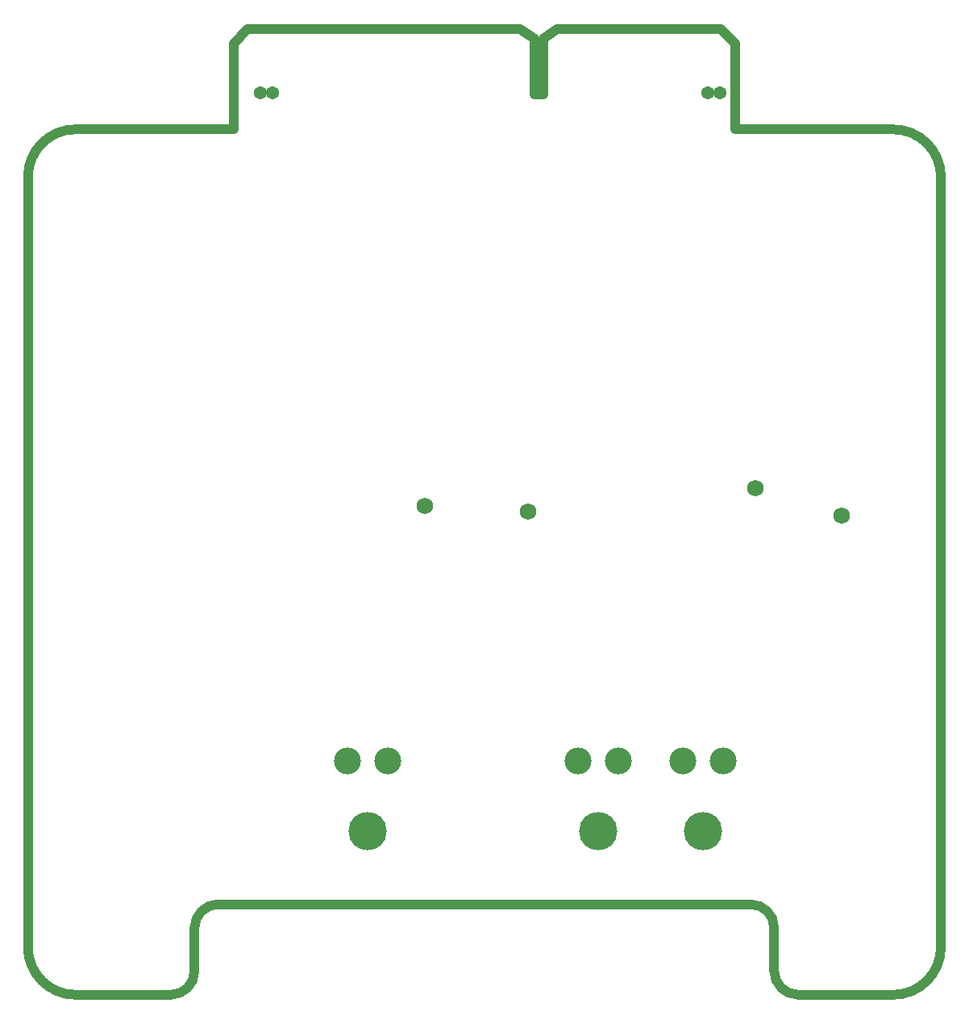
<source format=gbr>
%TF.GenerationSoftware,Altium Limited,Altium Designer,22.11.1 (43)*%
G04 Layer_Physical_Order=2*
G04 Layer_Color=32768*
%FSLAX45Y45*%
%MOMM*%
%TF.SameCoordinates,F2FF868D-8EDF-4B6E-A412-4C3DA5591A8F*%
%TF.FilePolarity,Negative*%
%TF.FileFunction,Copper,L2,Inr,Plane*%
%TF.Part,Single*%
G01*
G75*
%TA.AperFunction,NonConductor*%
%ADD29C,1.01600*%
%TA.AperFunction,ComponentPad*%
%ADD30C,4.01600*%
%ADD31C,2.81600*%
%TA.AperFunction,ViaPad*%
%ADD32C,1.72700*%
%ADD33C,1.72720*%
%ADD34C,1.37200*%
D29*
Y500000D02*
G03*
X500000Y0I500000J0D01*
G01*
Y9080500D02*
G03*
X0Y8580500I0J-500000D01*
G01*
X9588500D02*
G03*
X9088500Y9080500I-500000J0D01*
G01*
Y0D02*
G03*
X9588500Y500000I0J500000D01*
G01*
X7838500Y250000D02*
G03*
X8088500Y0I250000J0D01*
G01*
X7838500Y700000D02*
G03*
X7588500Y950000I-250000J0D01*
G01*
X2000000D02*
G03*
X1750000Y700000I0J-250000D01*
G01*
X1500000Y0D02*
G03*
X1750000Y250000I-0J250000D01*
G01*
X0Y500000D02*
Y8580500D01*
X500000Y9080500D02*
X2160250D01*
X2160200Y9982500D02*
X2160250Y9080500D01*
X2160200Y9982500D02*
X2310200Y10132300D01*
X5170200D01*
X5320200Y10032300D01*
X5320250Y9444500D01*
X5411200D01*
Y10032300D01*
X5561200Y10132300D01*
Y10132500D01*
X7278200D01*
X7278200Y10132300D02*
X7278200Y10132500D01*
X7278200Y10132300D02*
X7428200Y9982500D01*
Y9080500D02*
Y9982500D01*
Y9080500D02*
X9088500D01*
X9588500Y500000D02*
Y8580500D01*
X8088500Y0D02*
X9088500D01*
X7838500Y250000D02*
Y700000D01*
X2000000Y950000D02*
X7588500D01*
X1750000Y250000D02*
X1750000Y700000D01*
X500000Y0D02*
X1500000D01*
D30*
X5990000Y1720000D02*
D03*
X3570000D02*
D03*
X7090000D02*
D03*
D31*
X6200000Y2450000D02*
D03*
X5780000D02*
D03*
X3360000D02*
D03*
X3780000D02*
D03*
X7300000D02*
D03*
X6880000D02*
D03*
D32*
X8550000Y5030000D02*
D03*
D33*
X5250000Y5070000D02*
D03*
X7643500Y5314844D02*
D03*
X4170000Y5130000D02*
D03*
D34*
X2444700Y9460000D02*
D03*
X2571700D02*
D03*
X7270700D02*
D03*
X7143700D02*
D03*
%TF.MD5,b1f3a6c72d0c757c615469144b1095fc*%
M02*

</source>
